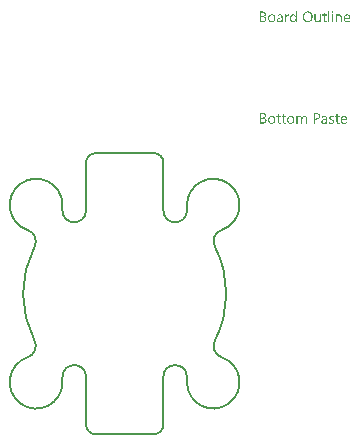
<source format=gbp>
G04*
G04 #@! TF.GenerationSoftware,Altium Limited,Altium Designer,21.8.1 (53)*
G04*
G04 Layer_Color=128*
%FSAX25Y25*%
%MOIN*%
G70*
G04*
G04 #@! TF.SameCoordinates,72787834-F71D-4475-B617-EFC6544BAEFD*
G04*
G04*
G04 #@! TF.FilePolarity,Positive*
G04*
G01*
G75*
%ADD13C,0.00787*%
G36*
X0069322Y0120185D02*
X0069346D01*
X0069402Y0120160D01*
X0069433Y0120142D01*
X0069464Y0120117D01*
X0069470Y0120111D01*
X0069476Y0120105D01*
X0069507Y0120068D01*
X0069532Y0120006D01*
X0069538Y0119969D01*
X0069544Y0119931D01*
Y0119925D01*
Y0119913D01*
X0069538Y0119894D01*
X0069532Y0119870D01*
X0069513Y0119808D01*
X0069489Y0119777D01*
X0069464Y0119746D01*
X0069458D01*
X0069451Y0119733D01*
X0069414Y0119709D01*
X0069359Y0119684D01*
X0069322Y0119678D01*
X0069284Y0119671D01*
X0069266D01*
X0069247Y0119678D01*
X0069222D01*
X0069161Y0119702D01*
X0069130Y0119715D01*
X0069099Y0119740D01*
Y0119746D01*
X0069086Y0119752D01*
X0069074Y0119771D01*
X0069062Y0119789D01*
X0069037Y0119851D01*
X0069031Y0119888D01*
X0069024Y0119931D01*
Y0119938D01*
Y0119950D01*
X0069031Y0119969D01*
X0069037Y0120000D01*
X0069055Y0120055D01*
X0069074Y0120086D01*
X0069099Y0120117D01*
X0069105Y0120123D01*
X0069111Y0120130D01*
X0069148Y0120154D01*
X0069210Y0120179D01*
X0069247Y0120192D01*
X0069303D01*
X0069322Y0120185D01*
D02*
G37*
G36*
X0057332Y0116521D02*
X0056929D01*
Y0116942D01*
X0056917D01*
Y0116936D01*
X0056904Y0116923D01*
X0056886Y0116898D01*
X0056867Y0116867D01*
X0056836Y0116830D01*
X0056799Y0116793D01*
X0056756Y0116750D01*
X0056706Y0116707D01*
X0056651Y0116657D01*
X0056582Y0116614D01*
X0056514Y0116577D01*
X0056434Y0116539D01*
X0056353Y0116508D01*
X0056261Y0116484D01*
X0056162Y0116471D01*
X0056056Y0116465D01*
X0056013D01*
X0055976Y0116471D01*
X0055939Y0116478D01*
X0055889Y0116484D01*
X0055784Y0116508D01*
X0055660Y0116546D01*
X0055536Y0116607D01*
X0055468Y0116645D01*
X0055413Y0116688D01*
X0055351Y0116744D01*
X0055295Y0116799D01*
Y0116806D01*
X0055283Y0116818D01*
X0055270Y0116837D01*
X0055252Y0116861D01*
X0055233Y0116892D01*
X0055208Y0116936D01*
X0055184Y0116985D01*
X0055159Y0117041D01*
X0055128Y0117103D01*
X0055103Y0117171D01*
X0055078Y0117245D01*
X0055060Y0117325D01*
X0055041Y0117412D01*
X0055029Y0117511D01*
X0055023Y0117610D01*
X0055016Y0117716D01*
Y0117722D01*
Y0117740D01*
Y0117777D01*
X0055023Y0117821D01*
X0055029Y0117870D01*
X0055035Y0117932D01*
X0055041Y0118000D01*
X0055054Y0118075D01*
X0055091Y0118235D01*
X0055146Y0118403D01*
X0055184Y0118483D01*
X0055227Y0118563D01*
X0055270Y0118638D01*
X0055326Y0118712D01*
X0055332Y0118718D01*
X0055338Y0118731D01*
X0055357Y0118749D01*
X0055382Y0118774D01*
X0055413Y0118799D01*
X0055456Y0118830D01*
X0055499Y0118867D01*
X0055549Y0118904D01*
X0055673Y0118972D01*
X0055815Y0119034D01*
X0055895Y0119053D01*
X0055982Y0119071D01*
X0056069Y0119083D01*
X0056168Y0119090D01*
X0056217D01*
X0056255Y0119083D01*
X0056292Y0119077D01*
X0056341Y0119071D01*
X0056453Y0119040D01*
X0056576Y0118991D01*
X0056638Y0118960D01*
X0056700Y0118916D01*
X0056762Y0118873D01*
X0056818Y0118817D01*
X0056867Y0118755D01*
X0056917Y0118681D01*
X0056929D01*
Y0120241D01*
X0057332D01*
Y0116521D01*
D02*
G37*
G36*
X0071600Y0119083D02*
X0071674Y0119077D01*
X0071767Y0119059D01*
X0071866Y0119028D01*
X0071971Y0118978D01*
X0072076Y0118910D01*
X0072119Y0118873D01*
X0072163Y0118824D01*
X0072175Y0118811D01*
X0072200Y0118774D01*
X0072231Y0118712D01*
X0072274Y0118625D01*
X0072311Y0118520D01*
X0072348Y0118390D01*
X0072373Y0118235D01*
X0072379Y0118056D01*
Y0116521D01*
X0071977D01*
Y0117951D01*
Y0117957D01*
Y0117988D01*
X0071971Y0118025D01*
Y0118075D01*
X0071959Y0118136D01*
X0071946Y0118204D01*
X0071927Y0118279D01*
X0071903Y0118353D01*
X0071872Y0118427D01*
X0071835Y0118495D01*
X0071785Y0118563D01*
X0071729Y0118625D01*
X0071668Y0118675D01*
X0071587Y0118712D01*
X0071500Y0118743D01*
X0071395Y0118749D01*
X0071383D01*
X0071346Y0118743D01*
X0071290Y0118737D01*
X0071222Y0118718D01*
X0071141Y0118693D01*
X0071055Y0118650D01*
X0070974Y0118595D01*
X0070894Y0118520D01*
X0070888Y0118508D01*
X0070863Y0118483D01*
X0070832Y0118433D01*
X0070795Y0118365D01*
X0070758Y0118285D01*
X0070727Y0118186D01*
X0070702Y0118075D01*
X0070696Y0117951D01*
Y0116521D01*
X0070293D01*
Y0119034D01*
X0070696D01*
Y0118613D01*
X0070708D01*
X0070714Y0118619D01*
X0070720Y0118632D01*
X0070739Y0118656D01*
X0070764Y0118687D01*
X0070789Y0118725D01*
X0070826Y0118762D01*
X0070869Y0118805D01*
X0070919Y0118854D01*
X0070974Y0118898D01*
X0071036Y0118941D01*
X0071104Y0118978D01*
X0071179Y0119015D01*
X0071253Y0119046D01*
X0071339Y0119071D01*
X0071432Y0119083D01*
X0071531Y0119090D01*
X0071569D01*
X0071600Y0119083D01*
D02*
G37*
G36*
X0054602Y0119071D02*
X0054676Y0119065D01*
X0054719Y0119053D01*
X0054750Y0119040D01*
Y0118625D01*
X0054744Y0118632D01*
X0054732Y0118638D01*
X0054707Y0118650D01*
X0054676Y0118669D01*
X0054633Y0118681D01*
X0054577Y0118693D01*
X0054515Y0118700D01*
X0054447Y0118706D01*
X0054435D01*
X0054404Y0118700D01*
X0054354Y0118693D01*
X0054298Y0118675D01*
X0054224Y0118644D01*
X0054156Y0118601D01*
X0054082Y0118539D01*
X0054014Y0118458D01*
X0054008Y0118446D01*
X0053989Y0118415D01*
X0053958Y0118359D01*
X0053927Y0118285D01*
X0053896Y0118192D01*
X0053865Y0118075D01*
X0053847Y0117945D01*
X0053840Y0117796D01*
Y0116521D01*
X0053438D01*
Y0119034D01*
X0053840D01*
Y0118514D01*
X0053853D01*
Y0118520D01*
X0053859Y0118526D01*
X0053871Y0118557D01*
X0053890Y0118607D01*
X0053921Y0118669D01*
X0053952Y0118731D01*
X0054001Y0118799D01*
X0054051Y0118867D01*
X0054113Y0118929D01*
X0054119Y0118935D01*
X0054144Y0118954D01*
X0054181Y0118978D01*
X0054230Y0119003D01*
X0054286Y0119028D01*
X0054354Y0119053D01*
X0054428Y0119071D01*
X0054509Y0119077D01*
X0054565D01*
X0054602Y0119071D01*
D02*
G37*
G36*
X0065341Y0116521D02*
X0064939D01*
Y0116917D01*
X0064927D01*
Y0116911D01*
X0064914Y0116898D01*
X0064902Y0116874D01*
X0064877Y0116849D01*
X0064821Y0116775D01*
X0064735Y0116694D01*
X0064685Y0116651D01*
X0064630Y0116607D01*
X0064568Y0116570D01*
X0064493Y0116533D01*
X0064419Y0116508D01*
X0064339Y0116484D01*
X0064246Y0116471D01*
X0064153Y0116465D01*
X0064116D01*
X0064072Y0116471D01*
X0064011Y0116484D01*
X0063942Y0116496D01*
X0063868Y0116521D01*
X0063788Y0116552D01*
X0063707Y0116601D01*
X0063621Y0116657D01*
X0063540Y0116725D01*
X0063466Y0116812D01*
X0063398Y0116917D01*
X0063336Y0117035D01*
X0063292Y0117177D01*
X0063268Y0117344D01*
X0063255Y0117431D01*
Y0117530D01*
Y0119034D01*
X0063652D01*
Y0117592D01*
Y0117586D01*
Y0117561D01*
X0063658Y0117517D01*
X0063664Y0117468D01*
X0063670Y0117406D01*
X0063683Y0117344D01*
X0063701Y0117270D01*
X0063726Y0117195D01*
X0063763Y0117121D01*
X0063800Y0117053D01*
X0063850Y0116985D01*
X0063911Y0116923D01*
X0063980Y0116874D01*
X0064060Y0116837D01*
X0064159Y0116806D01*
X0064264Y0116799D01*
X0064277D01*
X0064314Y0116806D01*
X0064370Y0116812D01*
X0064431Y0116824D01*
X0064512Y0116855D01*
X0064592Y0116892D01*
X0064673Y0116942D01*
X0064747Y0117016D01*
X0064753Y0117028D01*
X0064778Y0117053D01*
X0064809Y0117103D01*
X0064846Y0117171D01*
X0064877Y0117251D01*
X0064908Y0117350D01*
X0064933Y0117462D01*
X0064939Y0117586D01*
Y0119034D01*
X0065341D01*
Y0116521D01*
D02*
G37*
G36*
X0069476D02*
X0069074D01*
Y0119034D01*
X0069476D01*
Y0116521D01*
D02*
G37*
G36*
X0068257D02*
X0067854D01*
Y0120241D01*
X0068257D01*
Y0116521D01*
D02*
G37*
G36*
X0051878Y0119083D02*
X0051934Y0119077D01*
X0052002Y0119059D01*
X0052076Y0119040D01*
X0052157Y0119009D01*
X0052243Y0118972D01*
X0052324Y0118922D01*
X0052404Y0118861D01*
X0052479Y0118786D01*
X0052547Y0118693D01*
X0052602Y0118588D01*
X0052646Y0118465D01*
X0052671Y0118322D01*
X0052683Y0118155D01*
Y0116521D01*
X0052280D01*
Y0116911D01*
X0052268D01*
Y0116905D01*
X0052256Y0116892D01*
X0052243Y0116867D01*
X0052219Y0116843D01*
X0052157Y0116768D01*
X0052076Y0116688D01*
X0051965Y0116607D01*
X0051835Y0116533D01*
X0051754Y0116508D01*
X0051674Y0116484D01*
X0051587Y0116471D01*
X0051494Y0116465D01*
X0051457D01*
X0051432Y0116471D01*
X0051364Y0116478D01*
X0051284Y0116490D01*
X0051185Y0116515D01*
X0051092Y0116546D01*
X0050993Y0116595D01*
X0050906Y0116657D01*
X0050900Y0116669D01*
X0050875Y0116694D01*
X0050838Y0116737D01*
X0050801Y0116799D01*
X0050764Y0116874D01*
X0050727Y0116960D01*
X0050702Y0117066D01*
X0050696Y0117183D01*
Y0117189D01*
Y0117214D01*
X0050702Y0117251D01*
X0050708Y0117295D01*
X0050721Y0117350D01*
X0050739Y0117412D01*
X0050764Y0117480D01*
X0050801Y0117548D01*
X0050844Y0117623D01*
X0050900Y0117697D01*
X0050968Y0117765D01*
X0051049Y0117827D01*
X0051142Y0117889D01*
X0051253Y0117938D01*
X0051377Y0117975D01*
X0051525Y0118006D01*
X0052280Y0118112D01*
Y0118118D01*
Y0118136D01*
X0052274Y0118174D01*
Y0118211D01*
X0052262Y0118260D01*
X0052256Y0118316D01*
X0052219Y0118433D01*
X0052188Y0118489D01*
X0052157Y0118545D01*
X0052113Y0118601D01*
X0052064Y0118650D01*
X0052002Y0118693D01*
X0051934Y0118725D01*
X0051853Y0118743D01*
X0051761Y0118749D01*
X0051717D01*
X0051686Y0118743D01*
X0051643D01*
X0051600Y0118731D01*
X0051488Y0118712D01*
X0051364Y0118675D01*
X0051228Y0118619D01*
X0051154Y0118582D01*
X0051086Y0118545D01*
X0051012Y0118495D01*
X0050943Y0118440D01*
Y0118854D01*
X0050950D01*
X0050962Y0118867D01*
X0050981Y0118879D01*
X0051012Y0118892D01*
X0051042Y0118910D01*
X0051086Y0118929D01*
X0051135Y0118947D01*
X0051191Y0118972D01*
X0051315Y0119015D01*
X0051463Y0119053D01*
X0051624Y0119077D01*
X0051798Y0119090D01*
X0051835D01*
X0051878Y0119083D01*
D02*
G37*
G36*
X0046189Y0120030D02*
X0046233D01*
X0046276Y0120024D01*
X0046375Y0120012D01*
X0046493Y0119981D01*
X0046617Y0119944D01*
X0046734Y0119888D01*
X0046839Y0119814D01*
X0046846D01*
X0046852Y0119801D01*
X0046883Y0119777D01*
X0046926Y0119727D01*
X0046976Y0119659D01*
X0047019Y0119572D01*
X0047062Y0119473D01*
X0047093Y0119362D01*
X0047106Y0119300D01*
Y0119232D01*
Y0119226D01*
Y0119220D01*
Y0119183D01*
X0047100Y0119127D01*
X0047087Y0119059D01*
X0047069Y0118972D01*
X0047038Y0118885D01*
X0047000Y0118799D01*
X0046945Y0118712D01*
X0046938Y0118700D01*
X0046914Y0118675D01*
X0046877Y0118638D01*
X0046827Y0118588D01*
X0046765Y0118539D01*
X0046691Y0118483D01*
X0046598Y0118440D01*
X0046499Y0118396D01*
Y0118390D01*
X0046518D01*
X0046536Y0118384D01*
X0046555Y0118378D01*
X0046623Y0118365D01*
X0046703Y0118341D01*
X0046790Y0118304D01*
X0046883Y0118260D01*
X0046976Y0118198D01*
X0047062Y0118118D01*
X0047075Y0118105D01*
X0047100Y0118075D01*
X0047130Y0118031D01*
X0047174Y0117963D01*
X0047211Y0117876D01*
X0047248Y0117777D01*
X0047273Y0117660D01*
X0047279Y0117530D01*
Y0117524D01*
Y0117511D01*
Y0117486D01*
X0047273Y0117455D01*
X0047267Y0117418D01*
X0047260Y0117375D01*
X0047236Y0117270D01*
X0047199Y0117152D01*
X0047143Y0117028D01*
X0047106Y0116973D01*
X0047062Y0116911D01*
X0047007Y0116855D01*
X0046951Y0116799D01*
X0046945D01*
X0046938Y0116787D01*
X0046920Y0116775D01*
X0046895Y0116756D01*
X0046864Y0116737D01*
X0046821Y0116713D01*
X0046728Y0116663D01*
X0046610Y0116607D01*
X0046474Y0116564D01*
X0046313Y0116533D01*
X0046233Y0116527D01*
X0046140Y0116521D01*
X0045112D01*
Y0120037D01*
X0046159D01*
X0046189Y0120030D01*
D02*
G37*
G36*
X0066685Y0119034D02*
X0067322D01*
Y0118687D01*
X0066685D01*
Y0117270D01*
Y0117257D01*
Y0117227D01*
X0066691Y0117183D01*
X0066697Y0117127D01*
X0066722Y0117010D01*
X0066740Y0116954D01*
X0066771Y0116911D01*
X0066777Y0116905D01*
X0066790Y0116892D01*
X0066808Y0116880D01*
X0066839Y0116861D01*
X0066877Y0116837D01*
X0066926Y0116824D01*
X0066988Y0116812D01*
X0067056Y0116806D01*
X0067081D01*
X0067112Y0116812D01*
X0067149Y0116818D01*
X0067235Y0116843D01*
X0067279Y0116861D01*
X0067322Y0116886D01*
Y0116539D01*
X0067316D01*
X0067297Y0116527D01*
X0067266Y0116521D01*
X0067223Y0116508D01*
X0067167Y0116496D01*
X0067106Y0116484D01*
X0067031Y0116478D01*
X0066945Y0116471D01*
X0066914D01*
X0066883Y0116478D01*
X0066839Y0116484D01*
X0066790Y0116496D01*
X0066734Y0116508D01*
X0066678Y0116533D01*
X0066616Y0116564D01*
X0066555Y0116601D01*
X0066493Y0116651D01*
X0066437Y0116707D01*
X0066387Y0116781D01*
X0066344Y0116861D01*
X0066313Y0116960D01*
X0066289Y0117072D01*
X0066282Y0117202D01*
Y0118687D01*
X0065855D01*
Y0119034D01*
X0066282D01*
Y0119647D01*
X0066685Y0119777D01*
Y0119034D01*
D02*
G37*
G36*
X0074212Y0119083D02*
X0074255Y0119077D01*
X0074298Y0119071D01*
X0074410Y0119053D01*
X0074533Y0119009D01*
X0074657Y0118954D01*
X0074719Y0118916D01*
X0074781Y0118873D01*
X0074837Y0118824D01*
X0074893Y0118768D01*
X0074899Y0118762D01*
X0074905Y0118755D01*
X0074917Y0118737D01*
X0074936Y0118712D01*
X0074954Y0118675D01*
X0074979Y0118638D01*
X0075004Y0118595D01*
X0075029Y0118539D01*
X0075054Y0118477D01*
X0075078Y0118415D01*
X0075103Y0118341D01*
X0075122Y0118260D01*
X0075140Y0118174D01*
X0075152Y0118087D01*
X0075165Y0117988D01*
Y0117883D01*
Y0117672D01*
X0073388D01*
Y0117666D01*
Y0117654D01*
Y0117635D01*
X0073395Y0117604D01*
X0073401Y0117567D01*
Y0117530D01*
X0073419Y0117431D01*
X0073450Y0117332D01*
X0073487Y0117220D01*
X0073543Y0117115D01*
X0073611Y0117022D01*
X0073624Y0117010D01*
X0073648Y0116985D01*
X0073698Y0116954D01*
X0073766Y0116911D01*
X0073853Y0116867D01*
X0073952Y0116837D01*
X0074069Y0116812D01*
X0074205Y0116799D01*
X0074249D01*
X0074280Y0116806D01*
X0074317D01*
X0074360Y0116812D01*
X0074465Y0116837D01*
X0074583Y0116867D01*
X0074713Y0116917D01*
X0074849Y0116985D01*
X0074917Y0117028D01*
X0074985Y0117078D01*
Y0116700D01*
X0074979D01*
X0074973Y0116688D01*
X0074954Y0116682D01*
X0074923Y0116663D01*
X0074893Y0116645D01*
X0074855Y0116626D01*
X0074806Y0116607D01*
X0074756Y0116583D01*
X0074695Y0116558D01*
X0074626Y0116539D01*
X0074478Y0116502D01*
X0074304Y0116478D01*
X0074113Y0116465D01*
X0074063D01*
X0074026Y0116471D01*
X0073983Y0116478D01*
X0073927Y0116484D01*
X0073809Y0116508D01*
X0073673Y0116546D01*
X0073537Y0116607D01*
X0073469Y0116651D01*
X0073401Y0116694D01*
X0073339Y0116744D01*
X0073277Y0116806D01*
X0073271Y0116812D01*
X0073265Y0116824D01*
X0073252Y0116843D01*
X0073227Y0116867D01*
X0073209Y0116905D01*
X0073184Y0116948D01*
X0073153Y0116997D01*
X0073128Y0117053D01*
X0073097Y0117115D01*
X0073073Y0117189D01*
X0073042Y0117270D01*
X0073023Y0117357D01*
X0073005Y0117449D01*
X0072986Y0117548D01*
X0072980Y0117654D01*
X0072974Y0117765D01*
Y0117771D01*
Y0117790D01*
Y0117821D01*
X0072980Y0117864D01*
X0072986Y0117914D01*
X0072992Y0117969D01*
X0072998Y0118037D01*
X0073017Y0118105D01*
X0073054Y0118254D01*
X0073110Y0118415D01*
X0073147Y0118495D01*
X0073197Y0118570D01*
X0073246Y0118650D01*
X0073302Y0118718D01*
X0073308Y0118725D01*
X0073320Y0118737D01*
X0073339Y0118755D01*
X0073364Y0118774D01*
X0073395Y0118805D01*
X0073432Y0118836D01*
X0073481Y0118867D01*
X0073531Y0118904D01*
X0073648Y0118972D01*
X0073791Y0119034D01*
X0073871Y0119053D01*
X0073952Y0119071D01*
X0074038Y0119083D01*
X0074131Y0119090D01*
X0074181D01*
X0074212Y0119083D01*
D02*
G37*
G36*
X0061169Y0120092D02*
X0061231Y0120086D01*
X0061305Y0120074D01*
X0061386Y0120055D01*
X0061473Y0120037D01*
X0061559Y0120012D01*
X0061658Y0119981D01*
X0061751Y0119938D01*
X0061850Y0119888D01*
X0061949Y0119833D01*
X0062042Y0119764D01*
X0062135Y0119690D01*
X0062222Y0119603D01*
X0062228Y0119597D01*
X0062240Y0119579D01*
X0062265Y0119554D01*
X0062290Y0119517D01*
X0062327Y0119467D01*
X0062364Y0119405D01*
X0062401Y0119337D01*
X0062445Y0119263D01*
X0062488Y0119170D01*
X0062525Y0119077D01*
X0062562Y0118972D01*
X0062599Y0118854D01*
X0062624Y0118737D01*
X0062649Y0118607D01*
X0062661Y0118465D01*
X0062667Y0118322D01*
Y0118310D01*
Y0118285D01*
Y0118242D01*
X0062661Y0118180D01*
X0062655Y0118105D01*
X0062643Y0118025D01*
X0062630Y0117932D01*
X0062612Y0117827D01*
X0062587Y0117722D01*
X0062556Y0117610D01*
X0062519Y0117499D01*
X0062475Y0117387D01*
X0062420Y0117270D01*
X0062358Y0117165D01*
X0062290Y0117059D01*
X0062209Y0116960D01*
X0062203Y0116954D01*
X0062191Y0116942D01*
X0062160Y0116917D01*
X0062129Y0116886D01*
X0062079Y0116843D01*
X0062024Y0116806D01*
X0061962Y0116756D01*
X0061887Y0116713D01*
X0061807Y0116669D01*
X0061714Y0116620D01*
X0061615Y0116583D01*
X0061504Y0116546D01*
X0061386Y0116508D01*
X0061262Y0116484D01*
X0061132Y0116471D01*
X0060990Y0116465D01*
X0060959D01*
X0060915Y0116471D01*
X0060866D01*
X0060804Y0116478D01*
X0060730Y0116490D01*
X0060649Y0116508D01*
X0060557Y0116527D01*
X0060464Y0116552D01*
X0060365Y0116583D01*
X0060266Y0116626D01*
X0060167Y0116669D01*
X0060067Y0116725D01*
X0059969Y0116793D01*
X0059876Y0116867D01*
X0059789Y0116954D01*
X0059783Y0116960D01*
X0059770Y0116979D01*
X0059746Y0117004D01*
X0059721Y0117041D01*
X0059684Y0117090D01*
X0059647Y0117152D01*
X0059609Y0117220D01*
X0059566Y0117301D01*
X0059523Y0117387D01*
X0059486Y0117480D01*
X0059448Y0117586D01*
X0059411Y0117703D01*
X0059387Y0117821D01*
X0059362Y0117951D01*
X0059350Y0118093D01*
X0059343Y0118235D01*
Y0118248D01*
Y0118273D01*
X0059350Y0118316D01*
Y0118378D01*
X0059356Y0118446D01*
X0059368Y0118533D01*
X0059380Y0118625D01*
X0059399Y0118725D01*
X0059424Y0118830D01*
X0059455Y0118941D01*
X0059492Y0119053D01*
X0059535Y0119164D01*
X0059591Y0119275D01*
X0059653Y0119387D01*
X0059721Y0119492D01*
X0059801Y0119591D01*
X0059807Y0119597D01*
X0059820Y0119616D01*
X0059851Y0119641D01*
X0059888Y0119671D01*
X0059931Y0119709D01*
X0059987Y0119752D01*
X0060055Y0119795D01*
X0060129Y0119845D01*
X0060216Y0119894D01*
X0060309Y0119938D01*
X0060408Y0119981D01*
X0060519Y0120018D01*
X0060643Y0120049D01*
X0060773Y0120080D01*
X0060909Y0120092D01*
X0061052Y0120099D01*
X0061120D01*
X0061169Y0120092D01*
D02*
G37*
G36*
X0049142Y0119083D02*
X0049185Y0119077D01*
X0049241Y0119071D01*
X0049365Y0119046D01*
X0049507Y0119003D01*
X0049650Y0118941D01*
X0049724Y0118904D01*
X0049792Y0118861D01*
X0049860Y0118805D01*
X0049922Y0118743D01*
X0049928Y0118737D01*
X0049935Y0118725D01*
X0049953Y0118706D01*
X0049972Y0118681D01*
X0049996Y0118644D01*
X0050021Y0118601D01*
X0050052Y0118551D01*
X0050083Y0118495D01*
X0050108Y0118427D01*
X0050139Y0118359D01*
X0050164Y0118279D01*
X0050188Y0118192D01*
X0050207Y0118099D01*
X0050225Y0118000D01*
X0050232Y0117895D01*
X0050238Y0117784D01*
Y0117777D01*
Y0117759D01*
Y0117728D01*
X0050232Y0117684D01*
X0050225Y0117635D01*
X0050219Y0117573D01*
X0050207Y0117511D01*
X0050195Y0117437D01*
X0050157Y0117288D01*
X0050095Y0117127D01*
X0050058Y0117047D01*
X0050009Y0116966D01*
X0049959Y0116892D01*
X0049897Y0116824D01*
X0049891Y0116818D01*
X0049879Y0116812D01*
X0049860Y0116793D01*
X0049835Y0116768D01*
X0049798Y0116744D01*
X0049761Y0116713D01*
X0049712Y0116676D01*
X0049656Y0116645D01*
X0049594Y0116614D01*
X0049526Y0116577D01*
X0049452Y0116546D01*
X0049371Y0116521D01*
X0049284Y0116496D01*
X0049192Y0116484D01*
X0049093Y0116471D01*
X0048987Y0116465D01*
X0048932D01*
X0048895Y0116471D01*
X0048851Y0116478D01*
X0048796Y0116484D01*
X0048734Y0116496D01*
X0048665Y0116508D01*
X0048523Y0116552D01*
X0048375Y0116614D01*
X0048300Y0116651D01*
X0048232Y0116700D01*
X0048164Y0116750D01*
X0048096Y0116812D01*
X0048090Y0116818D01*
X0048084Y0116830D01*
X0048065Y0116849D01*
X0048046Y0116874D01*
X0048022Y0116911D01*
X0047991Y0116954D01*
X0047960Y0117004D01*
X0047935Y0117059D01*
X0047904Y0117127D01*
X0047873Y0117195D01*
X0047842Y0117270D01*
X0047818Y0117357D01*
X0047780Y0117542D01*
X0047774Y0117641D01*
X0047768Y0117746D01*
Y0117753D01*
Y0117777D01*
Y0117808D01*
X0047774Y0117852D01*
X0047780Y0117901D01*
X0047787Y0117963D01*
X0047799Y0118031D01*
X0047811Y0118105D01*
X0047848Y0118266D01*
X0047910Y0118427D01*
X0047954Y0118508D01*
X0047997Y0118588D01*
X0048046Y0118663D01*
X0048108Y0118731D01*
X0048115Y0118737D01*
X0048127Y0118749D01*
X0048146Y0118762D01*
X0048170Y0118786D01*
X0048208Y0118811D01*
X0048251Y0118842D01*
X0048300Y0118879D01*
X0048356Y0118910D01*
X0048418Y0118941D01*
X0048492Y0118978D01*
X0048566Y0119009D01*
X0048653Y0119034D01*
X0048740Y0119059D01*
X0048839Y0119077D01*
X0048944Y0119083D01*
X0049049Y0119090D01*
X0049105D01*
X0049142Y0119083D01*
D02*
G37*
G36*
X0069241Y0085225D02*
X0069322Y0085219D01*
X0069408Y0085207D01*
X0069507Y0085182D01*
X0069606Y0085157D01*
X0069705Y0085120D01*
Y0084711D01*
X0069693Y0084718D01*
X0069656Y0084742D01*
X0069600Y0084767D01*
X0069526Y0084804D01*
X0069433Y0084835D01*
X0069322Y0084866D01*
X0069198Y0084885D01*
X0069068Y0084891D01*
X0069000D01*
X0068938Y0084879D01*
X0068863Y0084866D01*
X0068857D01*
X0068851Y0084860D01*
X0068814Y0084848D01*
X0068764Y0084823D01*
X0068709Y0084792D01*
X0068696Y0084786D01*
X0068672Y0084761D01*
X0068641Y0084724D01*
X0068610Y0084680D01*
X0068603Y0084668D01*
X0068591Y0084637D01*
X0068579Y0084594D01*
X0068573Y0084538D01*
Y0084532D01*
Y0084519D01*
Y0084501D01*
X0068579Y0084482D01*
X0068591Y0084427D01*
X0068610Y0084371D01*
X0068616Y0084359D01*
X0068634Y0084334D01*
X0068672Y0084297D01*
X0068715Y0084253D01*
X0068721D01*
X0068727Y0084247D01*
X0068764Y0084222D01*
X0068814Y0084192D01*
X0068882Y0084161D01*
X0068888D01*
X0068901Y0084154D01*
X0068919Y0084148D01*
X0068950Y0084136D01*
X0069018Y0084111D01*
X0069105Y0084074D01*
X0069111D01*
X0069136Y0084061D01*
X0069167Y0084049D01*
X0069204Y0084037D01*
X0069303Y0083993D01*
X0069402Y0083944D01*
X0069408D01*
X0069427Y0083931D01*
X0069451Y0083919D01*
X0069482Y0083900D01*
X0069557Y0083851D01*
X0069631Y0083789D01*
X0069637Y0083783D01*
X0069650Y0083777D01*
X0069662Y0083758D01*
X0069687Y0083733D01*
X0069730Y0083671D01*
X0069773Y0083591D01*
Y0083585D01*
X0069780Y0083573D01*
X0069792Y0083548D01*
X0069798Y0083517D01*
X0069811Y0083480D01*
X0069817Y0083436D01*
X0069823Y0083331D01*
Y0083325D01*
Y0083300D01*
X0069817Y0083263D01*
X0069811Y0083220D01*
X0069804Y0083170D01*
X0069786Y0083114D01*
X0069767Y0083065D01*
X0069736Y0083009D01*
X0069730Y0083003D01*
X0069724Y0082984D01*
X0069705Y0082960D01*
X0069681Y0082929D01*
X0069650Y0082892D01*
X0069612Y0082854D01*
X0069520Y0082780D01*
X0069513Y0082774D01*
X0069495Y0082768D01*
X0069470Y0082749D01*
X0069427Y0082731D01*
X0069384Y0082706D01*
X0069328Y0082687D01*
X0069272Y0082669D01*
X0069204Y0082650D01*
X0069198D01*
X0069173Y0082644D01*
X0069136Y0082638D01*
X0069093Y0082632D01*
X0069031Y0082619D01*
X0068969Y0082613D01*
X0068826Y0082607D01*
X0068764D01*
X0068690Y0082613D01*
X0068597Y0082625D01*
X0068492Y0082644D01*
X0068381Y0082669D01*
X0068269Y0082700D01*
X0068158Y0082749D01*
Y0083183D01*
X0068164D01*
X0068170Y0083170D01*
X0068189Y0083158D01*
X0068213Y0083145D01*
X0068282Y0083108D01*
X0068375Y0083065D01*
X0068480Y0083015D01*
X0068603Y0082978D01*
X0068740Y0082954D01*
X0068882Y0082941D01*
X0068932D01*
X0068963Y0082947D01*
X0069049Y0082960D01*
X0069148Y0082984D01*
X0069241Y0083028D01*
X0069284Y0083059D01*
X0069328Y0083090D01*
X0069359Y0083133D01*
X0069384Y0083176D01*
X0069402Y0083232D01*
X0069408Y0083294D01*
Y0083300D01*
Y0083312D01*
Y0083331D01*
X0069402Y0083350D01*
X0069390Y0083405D01*
X0069365Y0083461D01*
Y0083467D01*
X0069359Y0083473D01*
X0069334Y0083504D01*
X0069297Y0083548D01*
X0069241Y0083585D01*
X0069235D01*
X0069229Y0083597D01*
X0069192Y0083616D01*
X0069136Y0083653D01*
X0069062Y0083684D01*
X0069055D01*
X0069043Y0083690D01*
X0069024Y0083702D01*
X0068994Y0083715D01*
X0068925Y0083740D01*
X0068839Y0083777D01*
X0068832D01*
X0068808Y0083789D01*
X0068777Y0083802D01*
X0068740Y0083814D01*
X0068641Y0083857D01*
X0068542Y0083907D01*
X0068535Y0083913D01*
X0068523Y0083919D01*
X0068498Y0083931D01*
X0068467Y0083950D01*
X0068399Y0084000D01*
X0068331Y0084055D01*
X0068325Y0084061D01*
X0068319Y0084068D01*
X0068300Y0084086D01*
X0068282Y0084111D01*
X0068238Y0084173D01*
X0068201Y0084247D01*
Y0084253D01*
X0068195Y0084266D01*
X0068189Y0084290D01*
X0068183Y0084321D01*
X0068176Y0084359D01*
X0068170Y0084402D01*
X0068164Y0084507D01*
Y0084513D01*
Y0084538D01*
X0068170Y0084569D01*
X0068176Y0084612D01*
X0068183Y0084662D01*
X0068201Y0084711D01*
X0068220Y0084767D01*
X0068244Y0084817D01*
X0068251Y0084823D01*
X0068257Y0084841D01*
X0068275Y0084866D01*
X0068300Y0084897D01*
X0068368Y0084971D01*
X0068455Y0085046D01*
X0068461Y0085052D01*
X0068480Y0085058D01*
X0068505Y0085077D01*
X0068548Y0085095D01*
X0068591Y0085120D01*
X0068641Y0085145D01*
X0068764Y0085182D01*
X0068771D01*
X0068795Y0085188D01*
X0068826Y0085200D01*
X0068876Y0085207D01*
X0068925Y0085219D01*
X0068987Y0085225D01*
X0069124Y0085231D01*
X0069179D01*
X0069241Y0085225D01*
D02*
G37*
G36*
X0060049D02*
X0060105Y0085213D01*
X0060167Y0085200D01*
X0060235Y0085176D01*
X0060315Y0085145D01*
X0060389Y0085101D01*
X0060470Y0085052D01*
X0060544Y0084984D01*
X0060612Y0084897D01*
X0060674Y0084798D01*
X0060730Y0084687D01*
X0060767Y0084544D01*
X0060798Y0084390D01*
X0060804Y0084210D01*
Y0082662D01*
X0060402D01*
Y0084105D01*
Y0084111D01*
Y0084123D01*
Y0084142D01*
Y0084173D01*
X0060396Y0084247D01*
X0060383Y0084334D01*
X0060371Y0084433D01*
X0060346Y0084532D01*
X0060315Y0084625D01*
X0060272Y0084705D01*
X0060266Y0084711D01*
X0060247Y0084736D01*
X0060216Y0084767D01*
X0060167Y0084798D01*
X0060111Y0084835D01*
X0060036Y0084860D01*
X0059944Y0084885D01*
X0059838Y0084891D01*
X0059826D01*
X0059795Y0084885D01*
X0059746Y0084879D01*
X0059684Y0084860D01*
X0059616Y0084835D01*
X0059541Y0084792D01*
X0059467Y0084736D01*
X0059399Y0084656D01*
X0059393Y0084643D01*
X0059374Y0084612D01*
X0059343Y0084563D01*
X0059312Y0084495D01*
X0059275Y0084414D01*
X0059250Y0084321D01*
X0059226Y0084210D01*
X0059219Y0084092D01*
Y0082662D01*
X0058817D01*
Y0084154D01*
Y0084161D01*
Y0084185D01*
X0058811Y0084222D01*
Y0084272D01*
X0058799Y0084328D01*
X0058786Y0084390D01*
X0058768Y0084451D01*
X0058749Y0084526D01*
X0058718Y0084594D01*
X0058681Y0084656D01*
X0058631Y0084718D01*
X0058576Y0084773D01*
X0058514Y0084823D01*
X0058433Y0084860D01*
X0058347Y0084885D01*
X0058248Y0084891D01*
X0058235D01*
X0058204Y0084885D01*
X0058155Y0084879D01*
X0058093Y0084866D01*
X0058025Y0084835D01*
X0057951Y0084798D01*
X0057876Y0084742D01*
X0057808Y0084668D01*
X0057802Y0084656D01*
X0057783Y0084631D01*
X0057752Y0084581D01*
X0057722Y0084513D01*
X0057691Y0084433D01*
X0057660Y0084334D01*
X0057641Y0084222D01*
X0057635Y0084092D01*
Y0082662D01*
X0057232D01*
Y0085176D01*
X0057635D01*
Y0084773D01*
X0057647D01*
X0057653Y0084780D01*
X0057660Y0084792D01*
X0057678Y0084817D01*
X0057697Y0084848D01*
X0057759Y0084916D01*
X0057845Y0085002D01*
X0057957Y0085089D01*
X0058087Y0085157D01*
X0058167Y0085188D01*
X0058248Y0085213D01*
X0058334Y0085225D01*
X0058427Y0085231D01*
X0058470D01*
X0058520Y0085225D01*
X0058582Y0085213D01*
X0058650Y0085194D01*
X0058724Y0085170D01*
X0058799Y0085138D01*
X0058873Y0085089D01*
X0058879Y0085083D01*
X0058904Y0085064D01*
X0058935Y0085033D01*
X0058978Y0084990D01*
X0059021Y0084934D01*
X0059065Y0084872D01*
X0059108Y0084798D01*
X0059139Y0084711D01*
X0059145Y0084718D01*
X0059151Y0084736D01*
X0059170Y0084761D01*
X0059188Y0084792D01*
X0059219Y0084835D01*
X0059257Y0084879D01*
X0059300Y0084922D01*
X0059350Y0084971D01*
X0059405Y0085021D01*
X0059467Y0085064D01*
X0059535Y0085114D01*
X0059609Y0085151D01*
X0059690Y0085182D01*
X0059777Y0085207D01*
X0059876Y0085225D01*
X0059975Y0085231D01*
X0060012D01*
X0060049Y0085225D01*
D02*
G37*
G36*
X0066746D02*
X0066802Y0085219D01*
X0066870Y0085200D01*
X0066945Y0085182D01*
X0067025Y0085151D01*
X0067112Y0085114D01*
X0067192Y0085064D01*
X0067273Y0085002D01*
X0067347Y0084928D01*
X0067415Y0084835D01*
X0067471Y0084730D01*
X0067514Y0084606D01*
X0067539Y0084464D01*
X0067551Y0084297D01*
Y0082662D01*
X0067149D01*
Y0083052D01*
X0067137D01*
Y0083046D01*
X0067124Y0083034D01*
X0067112Y0083009D01*
X0067087Y0082984D01*
X0067025Y0082910D01*
X0066945Y0082830D01*
X0066833Y0082749D01*
X0066703Y0082675D01*
X0066623Y0082650D01*
X0066542Y0082625D01*
X0066456Y0082613D01*
X0066363Y0082607D01*
X0066326D01*
X0066301Y0082613D01*
X0066233Y0082619D01*
X0066152Y0082632D01*
X0066053Y0082656D01*
X0065960Y0082687D01*
X0065861Y0082737D01*
X0065775Y0082799D01*
X0065768Y0082811D01*
X0065744Y0082836D01*
X0065707Y0082879D01*
X0065669Y0082941D01*
X0065632Y0083015D01*
X0065595Y0083102D01*
X0065570Y0083207D01*
X0065564Y0083325D01*
Y0083331D01*
Y0083356D01*
X0065570Y0083393D01*
X0065577Y0083436D01*
X0065589Y0083492D01*
X0065608Y0083554D01*
X0065632Y0083622D01*
X0065669Y0083690D01*
X0065713Y0083764D01*
X0065768Y0083839D01*
X0065837Y0083907D01*
X0065917Y0083969D01*
X0066010Y0084030D01*
X0066121Y0084080D01*
X0066245Y0084117D01*
X0066394Y0084148D01*
X0067149Y0084253D01*
Y0084260D01*
Y0084278D01*
X0067143Y0084315D01*
Y0084352D01*
X0067130Y0084402D01*
X0067124Y0084458D01*
X0067087Y0084575D01*
X0067056Y0084631D01*
X0067025Y0084687D01*
X0066982Y0084742D01*
X0066932Y0084792D01*
X0066870Y0084835D01*
X0066802Y0084866D01*
X0066722Y0084885D01*
X0066629Y0084891D01*
X0066586D01*
X0066555Y0084885D01*
X0066511D01*
X0066468Y0084872D01*
X0066356Y0084854D01*
X0066233Y0084817D01*
X0066097Y0084761D01*
X0066022Y0084724D01*
X0065954Y0084687D01*
X0065880Y0084637D01*
X0065812Y0084581D01*
Y0084996D01*
X0065818D01*
X0065830Y0085009D01*
X0065849Y0085021D01*
X0065880Y0085033D01*
X0065911Y0085052D01*
X0065954Y0085071D01*
X0066004Y0085089D01*
X0066059Y0085114D01*
X0066183Y0085157D01*
X0066332Y0085194D01*
X0066493Y0085219D01*
X0066666Y0085231D01*
X0066703D01*
X0066746Y0085225D01*
D02*
G37*
G36*
X0064048Y0086172D02*
X0064097D01*
X0064147Y0086166D01*
X0064277Y0086141D01*
X0064413Y0086110D01*
X0064561Y0086061D01*
X0064704Y0085993D01*
X0064766Y0085949D01*
X0064828Y0085900D01*
X0064834D01*
X0064840Y0085887D01*
X0064859Y0085869D01*
X0064877Y0085850D01*
X0064927Y0085789D01*
X0064988Y0085702D01*
X0065044Y0085590D01*
X0065094Y0085460D01*
X0065131Y0085306D01*
X0065137Y0085219D01*
X0065143Y0085126D01*
Y0085120D01*
Y0085101D01*
Y0085077D01*
X0065137Y0085046D01*
X0065131Y0085002D01*
X0065125Y0084953D01*
X0065100Y0084835D01*
X0065057Y0084705D01*
X0064995Y0084569D01*
X0064958Y0084501D01*
X0064914Y0084433D01*
X0064859Y0084365D01*
X0064797Y0084303D01*
X0064790Y0084297D01*
X0064778Y0084290D01*
X0064759Y0084272D01*
X0064735Y0084253D01*
X0064698Y0084229D01*
X0064654Y0084204D01*
X0064605Y0084173D01*
X0064549Y0084148D01*
X0064487Y0084117D01*
X0064419Y0084086D01*
X0064339Y0084061D01*
X0064258Y0084037D01*
X0064072Y0084000D01*
X0063973Y0083993D01*
X0063868Y0083987D01*
X0063404D01*
Y0082662D01*
X0062989D01*
Y0086178D01*
X0064011D01*
X0064048Y0086172D01*
D02*
G37*
G36*
X0046189D02*
X0046233D01*
X0046276Y0086166D01*
X0046375Y0086154D01*
X0046493Y0086123D01*
X0046617Y0086086D01*
X0046734Y0086030D01*
X0046839Y0085956D01*
X0046846D01*
X0046852Y0085943D01*
X0046883Y0085918D01*
X0046926Y0085869D01*
X0046976Y0085801D01*
X0047019Y0085714D01*
X0047062Y0085615D01*
X0047093Y0085504D01*
X0047106Y0085442D01*
Y0085374D01*
Y0085368D01*
Y0085361D01*
Y0085324D01*
X0047100Y0085268D01*
X0047087Y0085200D01*
X0047069Y0085114D01*
X0047038Y0085027D01*
X0047000Y0084940D01*
X0046945Y0084854D01*
X0046938Y0084841D01*
X0046914Y0084817D01*
X0046877Y0084780D01*
X0046827Y0084730D01*
X0046765Y0084680D01*
X0046691Y0084625D01*
X0046598Y0084581D01*
X0046499Y0084538D01*
Y0084532D01*
X0046518D01*
X0046536Y0084526D01*
X0046555Y0084519D01*
X0046623Y0084507D01*
X0046703Y0084482D01*
X0046790Y0084445D01*
X0046883Y0084402D01*
X0046976Y0084340D01*
X0047062Y0084260D01*
X0047075Y0084247D01*
X0047100Y0084216D01*
X0047130Y0084173D01*
X0047174Y0084105D01*
X0047211Y0084018D01*
X0047248Y0083919D01*
X0047273Y0083802D01*
X0047279Y0083671D01*
Y0083665D01*
Y0083653D01*
Y0083628D01*
X0047273Y0083597D01*
X0047267Y0083560D01*
X0047260Y0083517D01*
X0047236Y0083412D01*
X0047199Y0083294D01*
X0047143Y0083170D01*
X0047106Y0083114D01*
X0047062Y0083052D01*
X0047007Y0082997D01*
X0046951Y0082941D01*
X0046945D01*
X0046938Y0082929D01*
X0046920Y0082916D01*
X0046895Y0082898D01*
X0046864Y0082879D01*
X0046821Y0082854D01*
X0046728Y0082805D01*
X0046610Y0082749D01*
X0046474Y0082706D01*
X0046313Y0082675D01*
X0046233Y0082669D01*
X0046140Y0082662D01*
X0045112D01*
Y0086178D01*
X0046159D01*
X0046189Y0086172D01*
D02*
G37*
G36*
X0070974Y0085176D02*
X0071612D01*
Y0084829D01*
X0070974D01*
Y0083412D01*
Y0083399D01*
Y0083368D01*
X0070981Y0083325D01*
X0070987Y0083269D01*
X0071011Y0083152D01*
X0071030Y0083096D01*
X0071061Y0083052D01*
X0071067Y0083046D01*
X0071079Y0083034D01*
X0071098Y0083022D01*
X0071129Y0083003D01*
X0071166Y0082978D01*
X0071216Y0082966D01*
X0071278Y0082954D01*
X0071346Y0082947D01*
X0071370D01*
X0071401Y0082954D01*
X0071438Y0082960D01*
X0071525Y0082984D01*
X0071569Y0083003D01*
X0071612Y0083028D01*
Y0082681D01*
X0071606D01*
X0071587Y0082669D01*
X0071556Y0082662D01*
X0071513Y0082650D01*
X0071457Y0082638D01*
X0071395Y0082625D01*
X0071321Y0082619D01*
X0071234Y0082613D01*
X0071203D01*
X0071172Y0082619D01*
X0071129Y0082625D01*
X0071079Y0082638D01*
X0071024Y0082650D01*
X0070968Y0082675D01*
X0070906Y0082706D01*
X0070844Y0082743D01*
X0070782Y0082793D01*
X0070727Y0082848D01*
X0070677Y0082923D01*
X0070634Y0083003D01*
X0070603Y0083102D01*
X0070578Y0083214D01*
X0070572Y0083343D01*
Y0084829D01*
X0070145D01*
Y0085176D01*
X0070572D01*
Y0085789D01*
X0070974Y0085918D01*
Y0085176D01*
D02*
G37*
G36*
X0053116D02*
X0053754D01*
Y0084829D01*
X0053116D01*
Y0083412D01*
Y0083399D01*
Y0083368D01*
X0053122Y0083325D01*
X0053128Y0083269D01*
X0053153Y0083152D01*
X0053172Y0083096D01*
X0053203Y0083052D01*
X0053209Y0083046D01*
X0053221Y0083034D01*
X0053240Y0083022D01*
X0053271Y0083003D01*
X0053308Y0082978D01*
X0053357Y0082966D01*
X0053419Y0082954D01*
X0053487Y0082947D01*
X0053512D01*
X0053543Y0082954D01*
X0053580Y0082960D01*
X0053667Y0082984D01*
X0053710Y0083003D01*
X0053754Y0083028D01*
Y0082681D01*
X0053747D01*
X0053729Y0082669D01*
X0053698Y0082662D01*
X0053655Y0082650D01*
X0053599Y0082638D01*
X0053537Y0082625D01*
X0053463Y0082619D01*
X0053376Y0082613D01*
X0053345D01*
X0053314Y0082619D01*
X0053271Y0082625D01*
X0053221Y0082638D01*
X0053166Y0082650D01*
X0053110Y0082675D01*
X0053048Y0082706D01*
X0052986Y0082743D01*
X0052924Y0082793D01*
X0052868Y0082848D01*
X0052819Y0082923D01*
X0052776Y0083003D01*
X0052745Y0083102D01*
X0052720Y0083214D01*
X0052714Y0083343D01*
Y0084829D01*
X0052287D01*
Y0085176D01*
X0052714D01*
Y0085789D01*
X0053116Y0085918D01*
Y0085176D01*
D02*
G37*
G36*
X0051414D02*
X0052051D01*
Y0084829D01*
X0051414D01*
Y0083412D01*
Y0083399D01*
Y0083368D01*
X0051420Y0083325D01*
X0051426Y0083269D01*
X0051451Y0083152D01*
X0051470Y0083096D01*
X0051500Y0083052D01*
X0051507Y0083046D01*
X0051519Y0083034D01*
X0051538Y0083022D01*
X0051569Y0083003D01*
X0051606Y0082978D01*
X0051655Y0082966D01*
X0051717Y0082954D01*
X0051785Y0082947D01*
X0051810D01*
X0051841Y0082954D01*
X0051878Y0082960D01*
X0051965Y0082984D01*
X0052008Y0083003D01*
X0052051Y0083028D01*
Y0082681D01*
X0052045D01*
X0052027Y0082669D01*
X0051996Y0082662D01*
X0051952Y0082650D01*
X0051897Y0082638D01*
X0051835Y0082625D01*
X0051761Y0082619D01*
X0051674Y0082613D01*
X0051643D01*
X0051612Y0082619D01*
X0051569Y0082625D01*
X0051519Y0082638D01*
X0051463Y0082650D01*
X0051408Y0082675D01*
X0051346Y0082706D01*
X0051284Y0082743D01*
X0051222Y0082793D01*
X0051166Y0082848D01*
X0051117Y0082923D01*
X0051073Y0083003D01*
X0051042Y0083102D01*
X0051018Y0083214D01*
X0051012Y0083343D01*
Y0084829D01*
X0050584D01*
Y0085176D01*
X0051012D01*
Y0085789D01*
X0051414Y0085918D01*
Y0085176D01*
D02*
G37*
G36*
X0073215Y0085225D02*
X0073258Y0085219D01*
X0073302Y0085213D01*
X0073413Y0085194D01*
X0073537Y0085151D01*
X0073661Y0085095D01*
X0073723Y0085058D01*
X0073785Y0085015D01*
X0073840Y0084965D01*
X0073896Y0084909D01*
X0073902Y0084903D01*
X0073908Y0084897D01*
X0073921Y0084879D01*
X0073939Y0084854D01*
X0073958Y0084817D01*
X0073983Y0084780D01*
X0074007Y0084736D01*
X0074032Y0084680D01*
X0074057Y0084619D01*
X0074082Y0084557D01*
X0074106Y0084482D01*
X0074125Y0084402D01*
X0074144Y0084315D01*
X0074156Y0084229D01*
X0074168Y0084130D01*
Y0084024D01*
Y0083814D01*
X0072392D01*
Y0083808D01*
Y0083795D01*
Y0083777D01*
X0072398Y0083746D01*
X0072404Y0083709D01*
Y0083671D01*
X0072423Y0083573D01*
X0072454Y0083473D01*
X0072491Y0083362D01*
X0072546Y0083257D01*
X0072615Y0083164D01*
X0072627Y0083152D01*
X0072652Y0083127D01*
X0072701Y0083096D01*
X0072769Y0083052D01*
X0072856Y0083009D01*
X0072955Y0082978D01*
X0073073Y0082954D01*
X0073209Y0082941D01*
X0073252D01*
X0073283Y0082947D01*
X0073320D01*
X0073364Y0082954D01*
X0073469Y0082978D01*
X0073586Y0083009D01*
X0073716Y0083059D01*
X0073853Y0083127D01*
X0073921Y0083170D01*
X0073989Y0083220D01*
Y0082842D01*
X0073983D01*
X0073976Y0082830D01*
X0073958Y0082823D01*
X0073927Y0082805D01*
X0073896Y0082786D01*
X0073859Y0082768D01*
X0073809Y0082749D01*
X0073760Y0082724D01*
X0073698Y0082700D01*
X0073630Y0082681D01*
X0073481Y0082644D01*
X0073308Y0082619D01*
X0073116Y0082607D01*
X0073067D01*
X0073029Y0082613D01*
X0072986Y0082619D01*
X0072930Y0082625D01*
X0072813Y0082650D01*
X0072676Y0082687D01*
X0072540Y0082749D01*
X0072472Y0082793D01*
X0072404Y0082836D01*
X0072342Y0082885D01*
X0072280Y0082947D01*
X0072274Y0082954D01*
X0072268Y0082966D01*
X0072256Y0082984D01*
X0072231Y0083009D01*
X0072212Y0083046D01*
X0072188Y0083090D01*
X0072157Y0083139D01*
X0072132Y0083195D01*
X0072101Y0083257D01*
X0072076Y0083331D01*
X0072045Y0083412D01*
X0072027Y0083498D01*
X0072008Y0083591D01*
X0071989Y0083690D01*
X0071983Y0083795D01*
X0071977Y0083907D01*
Y0083913D01*
Y0083931D01*
Y0083962D01*
X0071983Y0084006D01*
X0071989Y0084055D01*
X0071996Y0084111D01*
X0072002Y0084179D01*
X0072020Y0084247D01*
X0072057Y0084396D01*
X0072113Y0084557D01*
X0072150Y0084637D01*
X0072200Y0084711D01*
X0072249Y0084792D01*
X0072305Y0084860D01*
X0072311Y0084866D01*
X0072324Y0084879D01*
X0072342Y0084897D01*
X0072367Y0084916D01*
X0072398Y0084947D01*
X0072435Y0084978D01*
X0072485Y0085009D01*
X0072534Y0085046D01*
X0072652Y0085114D01*
X0072794Y0085176D01*
X0072875Y0085194D01*
X0072955Y0085213D01*
X0073042Y0085225D01*
X0073135Y0085231D01*
X0073184D01*
X0073215Y0085225D01*
D02*
G37*
G36*
X0055493D02*
X0055536Y0085219D01*
X0055592Y0085213D01*
X0055716Y0085188D01*
X0055858Y0085145D01*
X0056001Y0085083D01*
X0056075Y0085046D01*
X0056143Y0085002D01*
X0056211Y0084947D01*
X0056273Y0084885D01*
X0056279Y0084879D01*
X0056285Y0084866D01*
X0056304Y0084848D01*
X0056323Y0084823D01*
X0056347Y0084786D01*
X0056372Y0084742D01*
X0056403Y0084693D01*
X0056434Y0084637D01*
X0056459Y0084569D01*
X0056490Y0084501D01*
X0056514Y0084421D01*
X0056539Y0084334D01*
X0056558Y0084241D01*
X0056576Y0084142D01*
X0056582Y0084037D01*
X0056589Y0083925D01*
Y0083919D01*
Y0083900D01*
Y0083870D01*
X0056582Y0083826D01*
X0056576Y0083777D01*
X0056570Y0083715D01*
X0056558Y0083653D01*
X0056545Y0083579D01*
X0056508Y0083430D01*
X0056446Y0083269D01*
X0056409Y0083189D01*
X0056360Y0083108D01*
X0056310Y0083034D01*
X0056248Y0082966D01*
X0056242Y0082960D01*
X0056230Y0082954D01*
X0056211Y0082935D01*
X0056186Y0082910D01*
X0056149Y0082885D01*
X0056112Y0082854D01*
X0056063Y0082817D01*
X0056007Y0082786D01*
X0055945Y0082755D01*
X0055877Y0082718D01*
X0055803Y0082687D01*
X0055722Y0082662D01*
X0055635Y0082638D01*
X0055543Y0082625D01*
X0055444Y0082613D01*
X0055338Y0082607D01*
X0055283D01*
X0055246Y0082613D01*
X0055202Y0082619D01*
X0055146Y0082625D01*
X0055085Y0082638D01*
X0055016Y0082650D01*
X0054874Y0082693D01*
X0054725Y0082755D01*
X0054651Y0082793D01*
X0054583Y0082842D01*
X0054515Y0082892D01*
X0054447Y0082954D01*
X0054441Y0082960D01*
X0054435Y0082972D01*
X0054416Y0082991D01*
X0054397Y0083015D01*
X0054373Y0083052D01*
X0054342Y0083096D01*
X0054311Y0083145D01*
X0054286Y0083201D01*
X0054255Y0083269D01*
X0054224Y0083337D01*
X0054193Y0083412D01*
X0054168Y0083498D01*
X0054131Y0083684D01*
X0054125Y0083783D01*
X0054119Y0083888D01*
Y0083894D01*
Y0083919D01*
Y0083950D01*
X0054125Y0083993D01*
X0054131Y0084043D01*
X0054137Y0084105D01*
X0054150Y0084173D01*
X0054162Y0084247D01*
X0054199Y0084408D01*
X0054261Y0084569D01*
X0054305Y0084649D01*
X0054348Y0084730D01*
X0054397Y0084804D01*
X0054459Y0084872D01*
X0054466Y0084879D01*
X0054478Y0084891D01*
X0054497Y0084903D01*
X0054521Y0084928D01*
X0054558Y0084953D01*
X0054602Y0084984D01*
X0054651Y0085021D01*
X0054707Y0085052D01*
X0054769Y0085083D01*
X0054843Y0085120D01*
X0054917Y0085151D01*
X0055004Y0085176D01*
X0055091Y0085200D01*
X0055190Y0085219D01*
X0055295Y0085225D01*
X0055400Y0085231D01*
X0055456D01*
X0055493Y0085225D01*
D02*
G37*
G36*
X0049142D02*
X0049185Y0085219D01*
X0049241Y0085213D01*
X0049365Y0085188D01*
X0049507Y0085145D01*
X0049650Y0085083D01*
X0049724Y0085046D01*
X0049792Y0085002D01*
X0049860Y0084947D01*
X0049922Y0084885D01*
X0049928Y0084879D01*
X0049935Y0084866D01*
X0049953Y0084848D01*
X0049972Y0084823D01*
X0049996Y0084786D01*
X0050021Y0084742D01*
X0050052Y0084693D01*
X0050083Y0084637D01*
X0050108Y0084569D01*
X0050139Y0084501D01*
X0050164Y0084421D01*
X0050188Y0084334D01*
X0050207Y0084241D01*
X0050225Y0084142D01*
X0050232Y0084037D01*
X0050238Y0083925D01*
Y0083919D01*
Y0083900D01*
Y0083870D01*
X0050232Y0083826D01*
X0050225Y0083777D01*
X0050219Y0083715D01*
X0050207Y0083653D01*
X0050195Y0083579D01*
X0050157Y0083430D01*
X0050095Y0083269D01*
X0050058Y0083189D01*
X0050009Y0083108D01*
X0049959Y0083034D01*
X0049897Y0082966D01*
X0049891Y0082960D01*
X0049879Y0082954D01*
X0049860Y0082935D01*
X0049835Y0082910D01*
X0049798Y0082885D01*
X0049761Y0082854D01*
X0049712Y0082817D01*
X0049656Y0082786D01*
X0049594Y0082755D01*
X0049526Y0082718D01*
X0049452Y0082687D01*
X0049371Y0082662D01*
X0049284Y0082638D01*
X0049192Y0082625D01*
X0049093Y0082613D01*
X0048987Y0082607D01*
X0048932D01*
X0048895Y0082613D01*
X0048851Y0082619D01*
X0048796Y0082625D01*
X0048734Y0082638D01*
X0048665Y0082650D01*
X0048523Y0082693D01*
X0048375Y0082755D01*
X0048300Y0082793D01*
X0048232Y0082842D01*
X0048164Y0082892D01*
X0048096Y0082954D01*
X0048090Y0082960D01*
X0048084Y0082972D01*
X0048065Y0082991D01*
X0048046Y0083015D01*
X0048022Y0083052D01*
X0047991Y0083096D01*
X0047960Y0083145D01*
X0047935Y0083201D01*
X0047904Y0083269D01*
X0047873Y0083337D01*
X0047842Y0083412D01*
X0047818Y0083498D01*
X0047780Y0083684D01*
X0047774Y0083783D01*
X0047768Y0083888D01*
Y0083894D01*
Y0083919D01*
Y0083950D01*
X0047774Y0083993D01*
X0047780Y0084043D01*
X0047787Y0084105D01*
X0047799Y0084173D01*
X0047811Y0084247D01*
X0047848Y0084408D01*
X0047910Y0084569D01*
X0047954Y0084649D01*
X0047997Y0084730D01*
X0048046Y0084804D01*
X0048108Y0084872D01*
X0048115Y0084879D01*
X0048127Y0084891D01*
X0048146Y0084903D01*
X0048170Y0084928D01*
X0048208Y0084953D01*
X0048251Y0084984D01*
X0048300Y0085021D01*
X0048356Y0085052D01*
X0048418Y0085083D01*
X0048492Y0085120D01*
X0048566Y0085151D01*
X0048653Y0085176D01*
X0048740Y0085200D01*
X0048839Y0085219D01*
X0048944Y0085225D01*
X0049049Y0085231D01*
X0049105D01*
X0049142Y0085225D01*
D02*
G37*
%LPC*%
G36*
X0056217Y0118749D02*
X0056180D01*
X0056155Y0118743D01*
X0056087Y0118737D01*
X0056007Y0118718D01*
X0055914Y0118681D01*
X0055815Y0118632D01*
X0055722Y0118570D01*
X0055679Y0118526D01*
X0055635Y0118477D01*
X0055629Y0118465D01*
X0055604Y0118427D01*
X0055567Y0118365D01*
X0055530Y0118285D01*
X0055493Y0118180D01*
X0055456Y0118050D01*
X0055431Y0117901D01*
X0055425Y0117734D01*
Y0117728D01*
Y0117716D01*
Y0117691D01*
X0055431Y0117660D01*
Y0117629D01*
X0055437Y0117586D01*
X0055450Y0117486D01*
X0055475Y0117375D01*
X0055512Y0117264D01*
X0055561Y0117152D01*
X0055629Y0117047D01*
X0055642Y0117035D01*
X0055666Y0117010D01*
X0055710Y0116966D01*
X0055772Y0116923D01*
X0055852Y0116880D01*
X0055945Y0116837D01*
X0056050Y0116812D01*
X0056174Y0116799D01*
X0056205D01*
X0056230Y0116806D01*
X0056292Y0116812D01*
X0056366Y0116830D01*
X0056453Y0116861D01*
X0056545Y0116898D01*
X0056632Y0116960D01*
X0056719Y0117041D01*
X0056725Y0117053D01*
X0056750Y0117084D01*
X0056787Y0117140D01*
X0056824Y0117208D01*
X0056861Y0117295D01*
X0056898Y0117400D01*
X0056923Y0117524D01*
X0056929Y0117654D01*
Y0118025D01*
Y0118031D01*
Y0118037D01*
Y0118075D01*
X0056917Y0118130D01*
X0056904Y0118204D01*
X0056880Y0118285D01*
X0056842Y0118372D01*
X0056793Y0118458D01*
X0056725Y0118539D01*
X0056719Y0118545D01*
X0056688Y0118570D01*
X0056644Y0118607D01*
X0056589Y0118644D01*
X0056514Y0118681D01*
X0056428Y0118718D01*
X0056329Y0118743D01*
X0056217Y0118749D01*
D02*
G37*
G36*
X0052280Y0117790D02*
X0051674Y0117703D01*
X0051661D01*
X0051631Y0117697D01*
X0051581Y0117684D01*
X0051519Y0117672D01*
X0051451Y0117654D01*
X0051377Y0117629D01*
X0051315Y0117604D01*
X0051253Y0117567D01*
X0051247Y0117561D01*
X0051228Y0117548D01*
X0051210Y0117524D01*
X0051185Y0117486D01*
X0051154Y0117437D01*
X0051135Y0117375D01*
X0051117Y0117301D01*
X0051111Y0117214D01*
Y0117208D01*
Y0117183D01*
X0051117Y0117152D01*
X0051129Y0117109D01*
X0051142Y0117059D01*
X0051166Y0117010D01*
X0051197Y0116960D01*
X0051241Y0116911D01*
X0051247Y0116905D01*
X0051265Y0116892D01*
X0051296Y0116874D01*
X0051333Y0116855D01*
X0051383Y0116837D01*
X0051445Y0116818D01*
X0051513Y0116806D01*
X0051593Y0116799D01*
X0051606D01*
X0051643Y0116806D01*
X0051699Y0116812D01*
X0051767Y0116824D01*
X0051841Y0116849D01*
X0051928Y0116886D01*
X0052008Y0116942D01*
X0052082Y0117010D01*
X0052089Y0117022D01*
X0052113Y0117047D01*
X0052144Y0117090D01*
X0052181Y0117152D01*
X0052219Y0117233D01*
X0052249Y0117319D01*
X0052274Y0117424D01*
X0052280Y0117536D01*
Y0117790D01*
D02*
G37*
G36*
X0045998Y0119665D02*
X0045527D01*
Y0118526D01*
X0046004D01*
X0046066Y0118533D01*
X0046140Y0118545D01*
X0046227Y0118563D01*
X0046319Y0118595D01*
X0046400Y0118632D01*
X0046481Y0118687D01*
X0046487Y0118693D01*
X0046511Y0118718D01*
X0046542Y0118755D01*
X0046580Y0118811D01*
X0046610Y0118873D01*
X0046641Y0118954D01*
X0046666Y0119046D01*
X0046672Y0119152D01*
Y0119158D01*
Y0119176D01*
X0046666Y0119201D01*
X0046660Y0119232D01*
X0046635Y0119313D01*
X0046617Y0119362D01*
X0046586Y0119412D01*
X0046555Y0119455D01*
X0046505Y0119504D01*
X0046456Y0119548D01*
X0046388Y0119585D01*
X0046313Y0119616D01*
X0046220Y0119641D01*
X0046115Y0119659D01*
X0045998Y0119665D01*
D02*
G37*
G36*
Y0118155D02*
X0045527D01*
Y0116892D01*
X0046146D01*
X0046208Y0116898D01*
X0046295Y0116911D01*
X0046381Y0116936D01*
X0046474Y0116960D01*
X0046567Y0117004D01*
X0046648Y0117059D01*
X0046654Y0117066D01*
X0046679Y0117090D01*
X0046709Y0117127D01*
X0046747Y0117183D01*
X0046784Y0117251D01*
X0046815Y0117332D01*
X0046839Y0117431D01*
X0046846Y0117536D01*
Y0117542D01*
Y0117561D01*
X0046839Y0117592D01*
X0046833Y0117635D01*
X0046821Y0117678D01*
X0046802Y0117734D01*
X0046778Y0117790D01*
X0046740Y0117845D01*
X0046697Y0117901D01*
X0046641Y0117957D01*
X0046573Y0118013D01*
X0046487Y0118056D01*
X0046394Y0118099D01*
X0046276Y0118130D01*
X0046146Y0118149D01*
X0045998Y0118155D01*
D02*
G37*
G36*
X0074125Y0118749D02*
X0074076D01*
X0074026Y0118737D01*
X0073958Y0118725D01*
X0073884Y0118700D01*
X0073797Y0118663D01*
X0073716Y0118613D01*
X0073636Y0118545D01*
X0073630Y0118539D01*
X0073605Y0118508D01*
X0073574Y0118465D01*
X0073531Y0118403D01*
X0073487Y0118328D01*
X0073450Y0118235D01*
X0073419Y0118130D01*
X0073395Y0118013D01*
X0074750D01*
Y0118019D01*
Y0118031D01*
Y0118044D01*
Y0118068D01*
X0074744Y0118136D01*
X0074732Y0118211D01*
X0074707Y0118304D01*
X0074682Y0118390D01*
X0074639Y0118477D01*
X0074583Y0118557D01*
X0074577Y0118563D01*
X0074552Y0118588D01*
X0074515Y0118619D01*
X0074465Y0118656D01*
X0074397Y0118687D01*
X0074317Y0118718D01*
X0074230Y0118743D01*
X0074125Y0118749D01*
D02*
G37*
G36*
X0061021Y0119721D02*
X0060965D01*
X0060928Y0119715D01*
X0060878Y0119709D01*
X0060829Y0119702D01*
X0060767Y0119690D01*
X0060699Y0119671D01*
X0060557Y0119622D01*
X0060482Y0119591D01*
X0060402Y0119554D01*
X0060328Y0119504D01*
X0060253Y0119449D01*
X0060185Y0119387D01*
X0060117Y0119319D01*
X0060111Y0119313D01*
X0060105Y0119300D01*
X0060086Y0119275D01*
X0060061Y0119244D01*
X0060036Y0119207D01*
X0060012Y0119158D01*
X0059981Y0119102D01*
X0059950Y0119040D01*
X0059913Y0118966D01*
X0059882Y0118892D01*
X0059857Y0118805D01*
X0059832Y0118712D01*
X0059807Y0118613D01*
X0059789Y0118502D01*
X0059783Y0118390D01*
X0059777Y0118273D01*
Y0118266D01*
Y0118242D01*
Y0118211D01*
X0059783Y0118167D01*
X0059789Y0118112D01*
X0059795Y0118044D01*
X0059807Y0117975D01*
X0059820Y0117901D01*
X0059857Y0117734D01*
X0059919Y0117554D01*
X0059956Y0117468D01*
X0059999Y0117387D01*
X0060055Y0117301D01*
X0060111Y0117227D01*
X0060117Y0117220D01*
X0060129Y0117208D01*
X0060148Y0117189D01*
X0060173Y0117165D01*
X0060204Y0117134D01*
X0060247Y0117103D01*
X0060296Y0117066D01*
X0060346Y0117028D01*
X0060408Y0116991D01*
X0060476Y0116954D01*
X0060625Y0116892D01*
X0060711Y0116867D01*
X0060798Y0116849D01*
X0060891Y0116837D01*
X0060990Y0116830D01*
X0061045D01*
X0061089Y0116837D01*
X0061132Y0116843D01*
X0061194Y0116849D01*
X0061256Y0116861D01*
X0061324Y0116880D01*
X0061466Y0116923D01*
X0061547Y0116954D01*
X0061621Y0116991D01*
X0061695Y0117035D01*
X0061770Y0117084D01*
X0061838Y0117140D01*
X0061906Y0117208D01*
X0061912Y0117214D01*
X0061918Y0117227D01*
X0061937Y0117245D01*
X0061955Y0117276D01*
X0061986Y0117319D01*
X0062011Y0117363D01*
X0062042Y0117418D01*
X0062073Y0117480D01*
X0062104Y0117554D01*
X0062135Y0117635D01*
X0062166Y0117722D01*
X0062191Y0117815D01*
X0062209Y0117914D01*
X0062228Y0118025D01*
X0062234Y0118143D01*
X0062240Y0118266D01*
Y0118273D01*
Y0118297D01*
Y0118334D01*
X0062234Y0118378D01*
X0062228Y0118440D01*
X0062222Y0118508D01*
X0062215Y0118582D01*
X0062197Y0118663D01*
X0062160Y0118830D01*
X0062104Y0119009D01*
X0062067Y0119096D01*
X0062024Y0119183D01*
X0061968Y0119263D01*
X0061912Y0119337D01*
X0061906Y0119343D01*
X0061900Y0119356D01*
X0061881Y0119374D01*
X0061850Y0119399D01*
X0061819Y0119424D01*
X0061782Y0119461D01*
X0061733Y0119492D01*
X0061683Y0119529D01*
X0061621Y0119566D01*
X0061553Y0119597D01*
X0061479Y0119634D01*
X0061398Y0119659D01*
X0061312Y0119684D01*
X0061225Y0119702D01*
X0061126Y0119715D01*
X0061021Y0119721D01*
D02*
G37*
G36*
X0049018Y0118749D02*
X0048981D01*
X0048957Y0118743D01*
X0048882Y0118737D01*
X0048796Y0118718D01*
X0048697Y0118687D01*
X0048591Y0118638D01*
X0048492Y0118570D01*
X0048443Y0118533D01*
X0048399Y0118483D01*
X0048387Y0118471D01*
X0048362Y0118433D01*
X0048331Y0118378D01*
X0048288Y0118297D01*
X0048245Y0118192D01*
X0048214Y0118068D01*
X0048189Y0117926D01*
X0048177Y0117759D01*
Y0117753D01*
Y0117740D01*
Y0117716D01*
X0048183Y0117684D01*
Y0117647D01*
X0048189Y0117604D01*
X0048208Y0117505D01*
X0048232Y0117394D01*
X0048276Y0117276D01*
X0048331Y0117158D01*
X0048406Y0117053D01*
X0048418Y0117041D01*
X0048449Y0117016D01*
X0048498Y0116973D01*
X0048566Y0116929D01*
X0048653Y0116880D01*
X0048758Y0116837D01*
X0048882Y0116812D01*
X0049018Y0116799D01*
X0049055D01*
X0049080Y0116806D01*
X0049154Y0116812D01*
X0049241Y0116830D01*
X0049334Y0116861D01*
X0049439Y0116905D01*
X0049532Y0116966D01*
X0049619Y0117047D01*
X0049625Y0117059D01*
X0049650Y0117096D01*
X0049687Y0117152D01*
X0049724Y0117233D01*
X0049761Y0117338D01*
X0049798Y0117462D01*
X0049823Y0117604D01*
X0049829Y0117771D01*
Y0117777D01*
Y0117790D01*
Y0117815D01*
Y0117852D01*
X0049823Y0117889D01*
X0049817Y0117932D01*
X0049804Y0118037D01*
X0049780Y0118155D01*
X0049743Y0118273D01*
X0049687Y0118390D01*
X0049619Y0118495D01*
X0049606Y0118508D01*
X0049582Y0118533D01*
X0049532Y0118576D01*
X0049464Y0118625D01*
X0049377Y0118669D01*
X0049278Y0118712D01*
X0049154Y0118737D01*
X0049018Y0118749D01*
D02*
G37*
G36*
X0067149Y0083931D02*
X0066542Y0083845D01*
X0066530D01*
X0066499Y0083839D01*
X0066449Y0083826D01*
X0066387Y0083814D01*
X0066319Y0083795D01*
X0066245Y0083771D01*
X0066183Y0083746D01*
X0066121Y0083709D01*
X0066115Y0083702D01*
X0066097Y0083690D01*
X0066078Y0083665D01*
X0066053Y0083628D01*
X0066022Y0083579D01*
X0066004Y0083517D01*
X0065985Y0083442D01*
X0065979Y0083356D01*
Y0083350D01*
Y0083325D01*
X0065985Y0083294D01*
X0065997Y0083251D01*
X0066010Y0083201D01*
X0066035Y0083152D01*
X0066066Y0083102D01*
X0066109Y0083052D01*
X0066115Y0083046D01*
X0066134Y0083034D01*
X0066165Y0083015D01*
X0066202Y0082997D01*
X0066251Y0082978D01*
X0066313Y0082960D01*
X0066381Y0082947D01*
X0066462Y0082941D01*
X0066474D01*
X0066511Y0082947D01*
X0066567Y0082954D01*
X0066635Y0082966D01*
X0066709Y0082991D01*
X0066796Y0083028D01*
X0066877Y0083083D01*
X0066951Y0083152D01*
X0066957Y0083164D01*
X0066982Y0083189D01*
X0067013Y0083232D01*
X0067050Y0083294D01*
X0067087Y0083374D01*
X0067118Y0083461D01*
X0067143Y0083566D01*
X0067149Y0083678D01*
Y0083931D01*
D02*
G37*
G36*
X0063887Y0085807D02*
X0063404D01*
Y0084365D01*
X0063874D01*
X0063899Y0084371D01*
X0063936D01*
X0063980Y0084377D01*
X0064072Y0084390D01*
X0064178Y0084414D01*
X0064283Y0084445D01*
X0064388Y0084495D01*
X0064481Y0084557D01*
X0064493Y0084569D01*
X0064518Y0084594D01*
X0064555Y0084637D01*
X0064599Y0084699D01*
X0064636Y0084780D01*
X0064673Y0084872D01*
X0064698Y0084984D01*
X0064710Y0085108D01*
Y0085114D01*
Y0085138D01*
X0064704Y0085170D01*
X0064698Y0085219D01*
X0064685Y0085268D01*
X0064667Y0085330D01*
X0064642Y0085392D01*
X0064605Y0085460D01*
X0064561Y0085522D01*
X0064512Y0085584D01*
X0064444Y0085646D01*
X0064363Y0085696D01*
X0064271Y0085745D01*
X0064159Y0085776D01*
X0064029Y0085801D01*
X0063887Y0085807D01*
D02*
G37*
G36*
X0045998D02*
X0045527D01*
Y0084668D01*
X0046004D01*
X0046066Y0084674D01*
X0046140Y0084687D01*
X0046227Y0084705D01*
X0046319Y0084736D01*
X0046400Y0084773D01*
X0046481Y0084829D01*
X0046487Y0084835D01*
X0046511Y0084860D01*
X0046542Y0084897D01*
X0046580Y0084953D01*
X0046610Y0085015D01*
X0046641Y0085095D01*
X0046666Y0085188D01*
X0046672Y0085293D01*
Y0085299D01*
Y0085318D01*
X0046666Y0085343D01*
X0046660Y0085374D01*
X0046635Y0085454D01*
X0046617Y0085504D01*
X0046586Y0085553D01*
X0046555Y0085597D01*
X0046505Y0085646D01*
X0046456Y0085689D01*
X0046388Y0085727D01*
X0046313Y0085757D01*
X0046220Y0085782D01*
X0046115Y0085801D01*
X0045998Y0085807D01*
D02*
G37*
G36*
Y0084297D02*
X0045527D01*
Y0083034D01*
X0046146D01*
X0046208Y0083040D01*
X0046295Y0083052D01*
X0046381Y0083077D01*
X0046474Y0083102D01*
X0046567Y0083145D01*
X0046648Y0083201D01*
X0046654Y0083207D01*
X0046679Y0083232D01*
X0046709Y0083269D01*
X0046747Y0083325D01*
X0046784Y0083393D01*
X0046815Y0083473D01*
X0046839Y0083573D01*
X0046846Y0083678D01*
Y0083684D01*
Y0083702D01*
X0046839Y0083733D01*
X0046833Y0083777D01*
X0046821Y0083820D01*
X0046802Y0083876D01*
X0046778Y0083931D01*
X0046740Y0083987D01*
X0046697Y0084043D01*
X0046641Y0084099D01*
X0046573Y0084154D01*
X0046487Y0084198D01*
X0046394Y0084241D01*
X0046276Y0084272D01*
X0046146Y0084290D01*
X0045998Y0084297D01*
D02*
G37*
G36*
X0073128Y0084891D02*
X0073079D01*
X0073029Y0084879D01*
X0072961Y0084866D01*
X0072887Y0084841D01*
X0072800Y0084804D01*
X0072720Y0084755D01*
X0072639Y0084687D01*
X0072633Y0084680D01*
X0072608Y0084649D01*
X0072578Y0084606D01*
X0072534Y0084544D01*
X0072491Y0084470D01*
X0072454Y0084377D01*
X0072423Y0084272D01*
X0072398Y0084154D01*
X0073754D01*
Y0084161D01*
Y0084173D01*
Y0084185D01*
Y0084210D01*
X0073747Y0084278D01*
X0073735Y0084352D01*
X0073710Y0084445D01*
X0073685Y0084532D01*
X0073642Y0084619D01*
X0073586Y0084699D01*
X0073580Y0084705D01*
X0073555Y0084730D01*
X0073518Y0084761D01*
X0073469Y0084798D01*
X0073401Y0084829D01*
X0073320Y0084860D01*
X0073234Y0084885D01*
X0073128Y0084891D01*
D02*
G37*
G36*
X0055369D02*
X0055332D01*
X0055307Y0084885D01*
X0055233Y0084879D01*
X0055146Y0084860D01*
X0055047Y0084829D01*
X0054942Y0084780D01*
X0054843Y0084711D01*
X0054794Y0084674D01*
X0054750Y0084625D01*
X0054738Y0084612D01*
X0054713Y0084575D01*
X0054682Y0084519D01*
X0054639Y0084439D01*
X0054596Y0084334D01*
X0054565Y0084210D01*
X0054540Y0084068D01*
X0054527Y0083900D01*
Y0083894D01*
Y0083882D01*
Y0083857D01*
X0054534Y0083826D01*
Y0083789D01*
X0054540Y0083746D01*
X0054558Y0083647D01*
X0054583Y0083535D01*
X0054627Y0083418D01*
X0054682Y0083300D01*
X0054756Y0083195D01*
X0054769Y0083183D01*
X0054800Y0083158D01*
X0054849Y0083114D01*
X0054917Y0083071D01*
X0055004Y0083022D01*
X0055109Y0082978D01*
X0055233Y0082954D01*
X0055369Y0082941D01*
X0055406D01*
X0055431Y0082947D01*
X0055506Y0082954D01*
X0055592Y0082972D01*
X0055685Y0083003D01*
X0055790Y0083046D01*
X0055883Y0083108D01*
X0055970Y0083189D01*
X0055976Y0083201D01*
X0056001Y0083238D01*
X0056038Y0083294D01*
X0056075Y0083374D01*
X0056112Y0083480D01*
X0056149Y0083603D01*
X0056174Y0083746D01*
X0056180Y0083913D01*
Y0083919D01*
Y0083931D01*
Y0083956D01*
Y0083993D01*
X0056174Y0084030D01*
X0056168Y0084074D01*
X0056155Y0084179D01*
X0056131Y0084297D01*
X0056094Y0084414D01*
X0056038Y0084532D01*
X0055970Y0084637D01*
X0055957Y0084649D01*
X0055933Y0084674D01*
X0055883Y0084718D01*
X0055815Y0084767D01*
X0055728Y0084811D01*
X0055629Y0084854D01*
X0055506Y0084879D01*
X0055369Y0084891D01*
D02*
G37*
G36*
X0049018D02*
X0048981D01*
X0048957Y0084885D01*
X0048882Y0084879D01*
X0048796Y0084860D01*
X0048697Y0084829D01*
X0048591Y0084780D01*
X0048492Y0084711D01*
X0048443Y0084674D01*
X0048399Y0084625D01*
X0048387Y0084612D01*
X0048362Y0084575D01*
X0048331Y0084519D01*
X0048288Y0084439D01*
X0048245Y0084334D01*
X0048214Y0084210D01*
X0048189Y0084068D01*
X0048177Y0083900D01*
Y0083894D01*
Y0083882D01*
Y0083857D01*
X0048183Y0083826D01*
Y0083789D01*
X0048189Y0083746D01*
X0048208Y0083647D01*
X0048232Y0083535D01*
X0048276Y0083418D01*
X0048331Y0083300D01*
X0048406Y0083195D01*
X0048418Y0083183D01*
X0048449Y0083158D01*
X0048498Y0083114D01*
X0048566Y0083071D01*
X0048653Y0083022D01*
X0048758Y0082978D01*
X0048882Y0082954D01*
X0049018Y0082941D01*
X0049055D01*
X0049080Y0082947D01*
X0049154Y0082954D01*
X0049241Y0082972D01*
X0049334Y0083003D01*
X0049439Y0083046D01*
X0049532Y0083108D01*
X0049619Y0083189D01*
X0049625Y0083201D01*
X0049650Y0083238D01*
X0049687Y0083294D01*
X0049724Y0083374D01*
X0049761Y0083480D01*
X0049798Y0083603D01*
X0049823Y0083746D01*
X0049829Y0083913D01*
Y0083919D01*
Y0083931D01*
Y0083956D01*
Y0083993D01*
X0049823Y0084030D01*
X0049817Y0084074D01*
X0049804Y0084179D01*
X0049780Y0084297D01*
X0049743Y0084414D01*
X0049687Y0084532D01*
X0049619Y0084637D01*
X0049606Y0084649D01*
X0049582Y0084674D01*
X0049532Y0084718D01*
X0049464Y0084767D01*
X0049377Y0084811D01*
X0049278Y0084854D01*
X0049154Y0084879D01*
X0049018Y0084891D01*
D02*
G37*
%LPD*%
D13*
X0030041Y0010330D02*
G03*
X0030041Y0041638I-0030052J0015654D01*
G01*
Y0010330D02*
G03*
X0032289Y0004776I0003492J-0001819D01*
G01*
X0020748Y-0003543D02*
G03*
X0032289Y0004776I0008769J0000000D01*
G01*
X0020748Y-0001772D02*
G03*
X0012874Y-0001772I-0003937J0000000D01*
G01*
X0009724Y-0020866D02*
G03*
X0012874Y-0017717I0000004J0003145D01*
G01*
X-0012874D02*
G03*
X-0009724Y-0020866I0003145J-0000004D01*
G01*
X-0012874Y-0001772D02*
G03*
X-0020748Y-0001772I-0003937J0000000D01*
G01*
X-0032318Y0004795D02*
G03*
X-0020748Y-0003543I0002780J-0008339D01*
G01*
X-0032318Y0004795D02*
G03*
X-0030071Y0010347I-0001245J0003735D01*
G01*
X-0030071Y0041621D02*
G03*
X-0030071Y0010347I0030060J-0015637D01*
G01*
X-0030071Y0041621D02*
G03*
X-0032318Y0047173I-0003493J0001817D01*
G01*
X-0020748Y0055512D02*
G03*
X-0032318Y0047173I-0008790J0000000D01*
G01*
X-0020748Y0053740D02*
G03*
X-0012874Y0053740I0003937J0000000D01*
G01*
X-0009724Y0072835D02*
G03*
X-0012874Y0069685I-0000004J-0003145D01*
G01*
X0012874D02*
G03*
X0009724Y0072835I-0003145J0000004D01*
G01*
X0012874Y0053740D02*
G03*
X0020748Y0053740I0003937J0000000D01*
G01*
X0032289Y0047192D02*
G03*
X0020748Y0055512I-0002771J0008320D01*
G01*
X0032289Y0047192D02*
G03*
X0030041Y0041638I0001244J-0003735D01*
G01*
X0030041Y0010330D02*
G03*
X0030041Y0041638I-0030052J0015654D01*
G01*
Y0010330D02*
G03*
X0032289Y0004776I0003492J-0001819D01*
G01*
X0020748Y-0003543D02*
G03*
X0032289Y0004776I0008769J0000000D01*
G01*
X0020748Y-0001772D02*
G03*
X0012874Y-0001772I-0003937J0000000D01*
G01*
X0009724Y-0020866D02*
G03*
X0012874Y-0017717I0000004J0003145D01*
G01*
X-0012874D02*
G03*
X-0009724Y-0020866I0003145J-0000004D01*
G01*
X-0012874Y-0001772D02*
G03*
X-0020748Y-0001772I-0003937J0000000D01*
G01*
X-0032318Y0004795D02*
G03*
X-0020748Y-0003543I0002780J-0008339D01*
G01*
X-0032318Y0004795D02*
G03*
X-0030071Y0010347I-0001245J0003735D01*
G01*
X-0030071Y0041621D02*
G03*
X-0030071Y0010347I0030060J-0015637D01*
G01*
X-0030071Y0041621D02*
G03*
X-0032318Y0047173I-0003493J0001817D01*
G01*
X-0020748Y0055512D02*
G03*
X-0032318Y0047173I-0008790J0000000D01*
G01*
X-0020748Y0053740D02*
G03*
X-0012874Y0053740I0003937J0000000D01*
G01*
X-0009724Y0072835D02*
G03*
X-0012874Y0069685I-0000004J-0003145D01*
G01*
X0012874D02*
G03*
X0009724Y0072835I-0003145J0000004D01*
G01*
X0012874Y0053740D02*
G03*
X0020748Y0053740I0003937J0000000D01*
G01*
X0032289Y0047192D02*
G03*
X0020748Y0055512I-0002771J0008320D01*
G01*
X0032289Y0047192D02*
G03*
X0030041Y0041638I0001244J-0003735D01*
G01*
X0020748Y-0003543D02*
Y-0001772D01*
X0012874Y-0017717D02*
Y-0001772D01*
X-0009724Y-0020866D02*
X0009724D01*
X-0012874Y-0017717D02*
Y-0001772D01*
X-0020748Y-0003543D02*
Y-0001772D01*
Y0053740D02*
Y0055512D01*
X-0012874Y0053740D02*
Y0069685D01*
X-0009724Y0072835D02*
X0009724D01*
X0012874Y0053740D02*
Y0069685D01*
X0020748Y0053740D02*
Y0055512D01*
X0020748Y-0003543D02*
Y-0001772D01*
X0012874Y-0017717D02*
Y-0001772D01*
X-0009724Y-0020866D02*
X0009724D01*
X-0012874Y-0017717D02*
Y-0001772D01*
X-0020748Y-0003543D02*
Y-0001772D01*
Y0053740D02*
Y0055512D01*
X-0012874Y0053740D02*
Y0069685D01*
X-0009724Y0072835D02*
X0009724D01*
X0012874Y0053740D02*
Y0069685D01*
X0020748Y0053740D02*
Y0055512D01*
M02*

</source>
